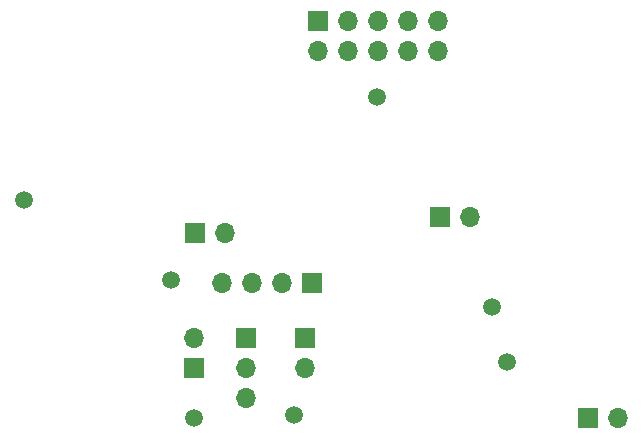
<source format=gbs>
G04 #@! TF.GenerationSoftware,KiCad,Pcbnew,6.0.11+dfsg-1*
G04 #@! TF.CreationDate,2024-04-10T09:55:10+02:00*
G04 #@! TF.ProjectId,Nehari_Chauveliere_kicad_TMS,4e656861-7269-45f4-9368-617576656c69,rev?*
G04 #@! TF.SameCoordinates,Original*
G04 #@! TF.FileFunction,Soldermask,Bot*
G04 #@! TF.FilePolarity,Negative*
%FSLAX46Y46*%
G04 Gerber Fmt 4.6, Leading zero omitted, Abs format (unit mm)*
G04 Created by KiCad (PCBNEW 6.0.11+dfsg-1) date 2024-04-10 09:55:10*
%MOMM*%
%LPD*%
G01*
G04 APERTURE LIST*
%ADD10C,1.500000*%
%ADD11R,1.700000X1.700000*%
%ADD12O,1.700000X1.700000*%
G04 APERTURE END LIST*
D10*
X157988000Y-103378000D03*
X166497000Y-103124000D03*
X173482000Y-76200000D03*
X184531000Y-98679000D03*
X143637000Y-84963000D03*
X183261000Y-93980000D03*
X156083000Y-91694000D03*
D11*
X168021000Y-91948000D03*
D12*
X165481000Y-91948000D03*
X162941000Y-91948000D03*
X160401000Y-91948000D03*
D11*
X191389000Y-103378000D03*
D12*
X193929000Y-103378000D03*
D11*
X157988000Y-99192000D03*
D12*
X157988000Y-96652000D03*
D11*
X158115000Y-87757000D03*
D12*
X160655000Y-87757000D03*
D11*
X168529000Y-69773800D03*
D12*
X168529000Y-72313800D03*
X171069000Y-69773800D03*
X171069000Y-72313800D03*
X173609000Y-69773800D03*
X173609000Y-72313800D03*
X176149000Y-69773800D03*
X176149000Y-72313800D03*
X178689000Y-69773800D03*
X178689000Y-72313800D03*
D11*
X167386000Y-96647000D03*
D12*
X167386000Y-99187000D03*
D11*
X178816000Y-86360000D03*
D12*
X181356000Y-86360000D03*
X162433000Y-101727000D03*
X162433000Y-99187000D03*
D11*
X162433000Y-96647000D03*
M02*

</source>
